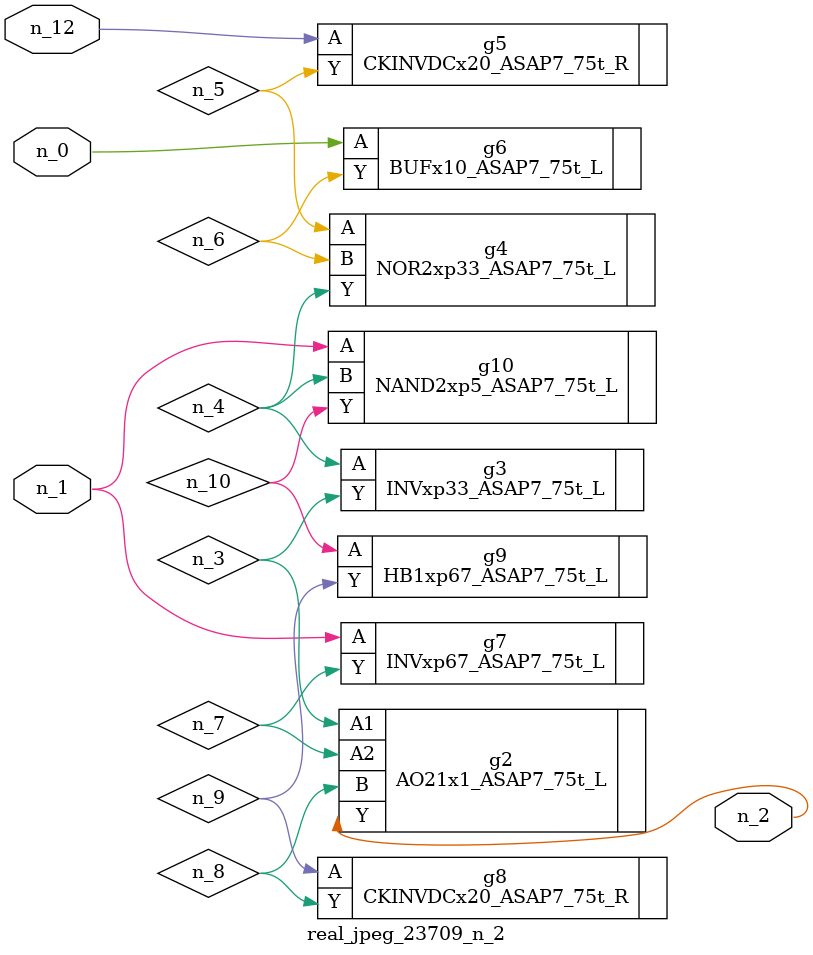
<source format=v>
module real_jpeg_23709_n_2 (n_12, n_1, n_0, n_2);

input n_12;
input n_1;
input n_0;

output n_2;

wire n_5;
wire n_4;
wire n_8;
wire n_6;
wire n_7;
wire n_3;
wire n_10;
wire n_9;

BUFx10_ASAP7_75t_L g6 ( 
.A(n_0),
.Y(n_6)
);

INVxp67_ASAP7_75t_L g7 ( 
.A(n_1),
.Y(n_7)
);

NAND2xp5_ASAP7_75t_L g10 ( 
.A(n_1),
.B(n_4),
.Y(n_10)
);

AO21x1_ASAP7_75t_L g2 ( 
.A1(n_3),
.A2(n_7),
.B(n_8),
.Y(n_2)
);

INVxp33_ASAP7_75t_L g3 ( 
.A(n_4),
.Y(n_3)
);

NOR2xp33_ASAP7_75t_L g4 ( 
.A(n_5),
.B(n_6),
.Y(n_4)
);

CKINVDCx20_ASAP7_75t_R g8 ( 
.A(n_9),
.Y(n_8)
);

HB1xp67_ASAP7_75t_L g9 ( 
.A(n_10),
.Y(n_9)
);

CKINVDCx20_ASAP7_75t_R g5 ( 
.A(n_12),
.Y(n_5)
);


endmodule
</source>
